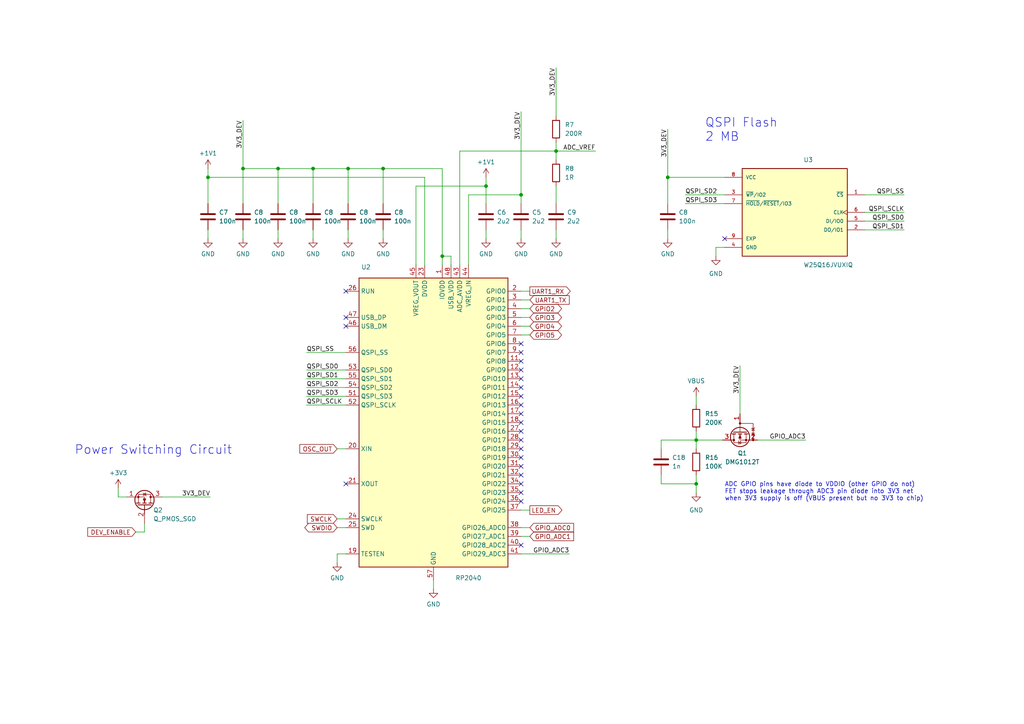
<source format=kicad_sch>
(kicad_sch (version 20230121) (generator eeschema)
  (paper "A4")
  (title_block (title "Development Board Section") (date "2024-04-01") (rev "0.1"))
  (lib_symbols
    (symbol "Device:C" (pin_numbers hide) (pin_names (offset 0.254))
      (property "Reference" "C" (at 0.635 2.54 0))
      (property "Value" "C" (at 0.635 -2.54 0))
      (symbol "C_0_1"
        (polyline (pts (xy -2.032 -0.762) (xy 2.032 -0.762)) (stroke (width 0.508)))
        (polyline (pts (xy -2.032 0.762) (xy 2.032 0.762)) (stroke (width 0.508)))
      )
      (symbol "C_1_1"
        (pin passive line (at 0 3.81 270) (length 2.794) (name "~") (number "1"))
        (pin passive line (at 0 -3.81 90) (length 2.794) (name "~") (number "2"))
      )
    )
    (symbol "Device:Q_NMOS_SGD" (pin_names (offset 0) hide)
      (property "Reference" "Q" (at 5.08 1.27 0))
      (property "Value" "Q_NMOS_SGD" (at 5.08 -1.27 0))
      (symbol "Q_NMOS_SGD_0_1"
        (polyline (pts (xy 0.254 0) (xy -2.54 0)))
        (polyline (pts (xy 0.254 1.905) (xy 0.254 -1.905)) (stroke (width 0.254)))
        (polyline (pts (xy 0.762 -1.27) (xy 0.762 -2.286)) (stroke (width 0.254)))
        (polyline (pts (xy 0.762 0.508) (xy 0.762 -0.508)) (stroke (width 0.254)))
        (polyline (pts (xy 0.762 2.286) (xy 0.762 1.27)) (stroke (width 0.254)))
        (polyline (pts (xy 2.54 2.54) (xy 2.54 1.778)))
        (polyline (pts (xy 2.54 -2.54) (xy 2.54 0) (xy 0.762 0)))
        (polyline (pts (xy 0.762 -1.778) (xy 3.302 -1.778) (xy 3.302 1.778) (xy 0.762 1.778)))
        (polyline (pts (xy 1.016 0) (xy 2.032 0.381) (xy 2.032 -0.381) (xy 1.016 0)) (fill (type outline)))
        (polyline (pts (xy 2.794 0.508) (xy 2.921 0.381) (xy 3.683 0.381) (xy 3.81 0.254)))
        (polyline (pts (xy 3.302 0.381) (xy 2.921 -0.254) (xy 3.683 -0.254) (xy 3.302 0.381)))
        (circle (center 1.651 0) (radius 2.794) (stroke (width 0.254)))
        (circle (center 2.54 -1.778) (radius 0.254) (fill (type outline)))
        (circle (center 2.54 1.778) (radius 0.254) (fill (type outline)))
      )
      (symbol "Q_NMOS_SGD_1_1"
        (pin passive line (at 2.54 -5.08 90) (length 2.54) (name "S") (number "1"))
        (pin input line (at -5.08 0 0) (length 5.08) (name "G") (number "2"))
        (pin passive line (at 2.54 5.08 270) (length 2.54) (name "D") (number "3"))
      )
    )
    (symbol "Device:R" (pin_numbers hide) (pin_names (offset 0))
      (property "Reference" "R" (at 2.032 0 90))
      (property "Value" "R" (at 0 0 90))
      (symbol "R_0_1"
        (rectangle (start -1.016 -2.54) (end 1.016 2.54) (stroke (width 0.254)))
      )
      (symbol "R_1_1"
        (pin passive line (at 0 3.81 270) (length 1.27) (name "~") (number "1"))
        (pin passive line (at 0 -3.81 90) (length 1.27) (name "~") (number "2"))
      )
    )
    (symbol "MCU_RaspberryPi:RP2040"
      (property "Reference" "U" (at 17.78 45.72 0))
      (property "Value" "RP2040" (at 17.78 43.18 0))
      (symbol "RP2040_0_1"
        (rectangle (start -21.59 41.91) (end 21.59 -41.91) (stroke (width 0.254)) (fill (type background)))
      )
      (symbol "RP2040_1_1"
        (pin power_in line (at 2.54 45.72 270) (length 3.81) (name "IOVDD") (number "1"))
        (pin passive line (at 2.54 45.72 270) (length 3.81) hide (name "IOVDD") (number "10"))
        (pin bidirectional line (at 25.4 17.78 180) (length 3.81) (name "GPIO8") (number "11"))
        (pin bidirectional line (at 25.4 15.24 180) (length 3.81) (name "GPIO9") (number "12"))
        (pin bidirectional line (at 25.4 12.7 180) (length 3.81) (name "GPIO10") (number "13"))
        (pin bidirectional line (at 25.4 10.16 180) (length 3.81) (name "GPIO11") (number "14"))
        (pin bidirectional line (at 25.4 7.62 180) (length 3.81) (name "GPIO12") (number "15"))
        (pin bidirectional line (at 25.4 5.08 180) (length 3.81) (name "GPIO13") (number "16"))
        (pin bidirectional line (at 25.4 2.54 180) (length 3.81) (name "GPIO14") (number "17"))
        (pin bidirectional line (at 25.4 0 180) (length 3.81) (name "GPIO15") (number "18"))
        (pin input line (at -25.4 -38.1 0) (length 3.81) (name "TESTEN") (number "19"))
        (pin bidirectional line (at 25.4 38.1 180) (length 3.81) (name "GPIO0") (number "2"))
        (pin input line (at -25.4 -7.62 0) (length 3.81) (name "XIN") (number "20"))
        (pin passive line (at -25.4 -17.78 0) (length 3.81) (name "XOUT") (number "21"))
        (pin passive line (at 2.54 45.72 270) (length 3.81) hide (name "IOVDD") (number "22"))
        (pin power_in line (at -2.54 45.72 270) (length 3.81) (name "DVDD") (number "23"))
        (pin input line (at -25.4 -27.94 0) (length 3.81) (name "SWCLK") (number "24"))
        (pin bidirectional line (at -25.4 -30.48 0) (length 3.81) (name "SWD") (number "25"))
        (pin input line (at -25.4 38.1 0) (length 3.81) (name "RUN") (number "26"))
        (pin bidirectional line (at 25.4 -2.54 180) (length 3.81) (name "GPIO16") (number "27"))
        (pin bidirectional line (at 25.4 -5.08 180) (length 3.81) (name "GPIO17") (number "28"))
        (pin bidirectional line (at 25.4 -7.62 180) (length 3.81) (name "GPIO18") (number "29"))
        (pin bidirectional line (at 25.4 35.56 180) (length 3.81) (name "GPIO1") (number "3"))
        (pin bidirectional line (at 25.4 -10.16 180) (length 3.81) (name "GPIO19") (number "30"))
        (pin bidirectional line (at 25.4 -12.7 180) (length 3.81) (name "GPIO20") (number "31"))
        (pin bidirectional line (at 25.4 -15.24 180) (length 3.81) (name "GPIO21") (number "32"))
        (pin passive line (at 2.54 45.72 270) (length 3.81) hide (name "IOVDD") (number "33"))
        (pin bidirectional line (at 25.4 -17.78 180) (length 3.81) (name "GPIO22") (number "34"))
        (pin bidirectional line (at 25.4 -20.32 180) (length 3.81) (name "GPIO23") (number "35"))
        (pin bidirectional line (at 25.4 -22.86 180) (length 3.81) (name "GPIO24") (number "36"))
        (pin bidirectional line (at 25.4 -25.4 180) (length 3.81) (name "GPIO25") (number "37"))
        (pin bidirectional line (at 25.4 -30.48 180) (length 3.81) (name "GPIO26_ADC0") (number "38"))
        (pin bidirectional line (at 25.4 -33.02 180) (length 3.81) (name "GPIO27_ADC1") (number "39"))
        (pin bidirectional line (at 25.4 33.02 180) (length 3.81) (name "GPIO2") (number "4"))
        (pin bidirectional line (at 25.4 -35.56 180) (length 3.81) (name "GPIO28_ADC2") (number "40"))
        (pin bidirectional line (at 25.4 -38.1 180) (length 3.81) (name "GPIO29_ADC3") (number "41"))
        (pin passive line (at 2.54 45.72 270) (length 3.81) hide (name "IOVDD") (number "42"))
        (pin power_in line (at 7.62 45.72 270) (length 3.81) (name "ADC_AVDD") (number "43"))
        (pin power_in line (at 10.16 45.72 270) (length 3.81) (name "VREG_IN") (number "44"))
        (pin power_out line (at -5.08 45.72 270) (length 3.81) (name "VREG_VOUT") (number "45"))
        (pin bidirectional line (at -25.4 27.94 0) (length 3.81) (name "USB_DM") (number "46"))
        (pin bidirectional line (at -25.4 30.48 0) (length 3.81) (name "USB_DP") (number "47"))
        (pin power_in line (at 5.08 45.72 270) (length 3.81) (name "USB_VDD") (number "48"))
        (pin passive line (at 2.54 45.72 270) (length 3.81) hide (name "IOVDD") (number "49"))
        (pin bidirectional line (at 25.4 30.48 180) (length 3.81) (name "GPIO3") (number "5"))
        (pin passive line (at -2.54 45.72 270) (length 3.81) hide (name "DVDD") (number "50"))
        (pin bidirectional line (at -25.4 7.62 0) (length 3.81) (name "QSPI_SD3") (number "51"))
        (pin output line (at -25.4 5.08 0) (length 3.81) (name "QSPI_SCLK") (number "52"))
        (pin bidirectional line (at -25.4 15.24 0) (length 3.81) (name "QSPI_SD0") (number "53"))
        (pin bidirectional line (at -25.4 10.16 0) (length 3.81) (name "QSPI_SD2") (number "54"))
        (pin bidirectional line (at -25.4 12.7 0) (length 3.81) (name "QSPI_SD1") (number "55"))
        (pin bidirectional line (at -25.4 20.32 0) (length 3.81) (name "QSPI_SS") (number "56"))
        (pin power_in line (at 0 -45.72 90) (length 3.81) (name "GND") (number "57"))
        (pin bidirectional line (at 25.4 27.94 180) (length 3.81) (name "GPIO4") (number "6"))
        (pin bidirectional line (at 25.4 25.4 180) (length 3.81) (name "GPIO5") (number "7"))
        (pin bidirectional line (at 25.4 22.86 180) (length 3.81) (name "GPIO6") (number "8"))
        (pin bidirectional line (at 25.4 20.32 180) (length 3.81) (name "GPIO7") (number "9"))
      )
    )
    (symbol "SnapEDA:W25Q16JVUXIQ_TR" (pin_names (offset 1.016))
      (property "Reference" "U" (at -15.24 15.24 0))
      (property "Value" "W25Q16JVUXIQ_TR" (at -15.24 -15.24 0))
      (symbol "W25Q16JVUXIQ_TR_0_0"
        (rectangle (start -15.24 -12.7) (end 15.24 12.7) (stroke (width 0.254)) (fill (type background)))
        (pin input line (at -20.32 5.08 0) (length 5.08) (name "~{CS}") (number "1"))
        (pin bidirectional line (at -20.32 -5.08 0) (length 5.08) (name "DO/IO1") (number "2"))
        (pin bidirectional line (at 20.32 5.08 180) (length 5.08) (name "~{WP}/IO2") (number "3"))
        (pin power_in line (at 20.32 -10.16 180) (length 5.08) (name "GND") (number "4"))
        (pin bidirectional line (at -20.32 -2.54 0) (length 5.08) (name "DI/IO0") (number "5"))
        (pin input clock (at -20.32 0 0) (length 5.08) (name "CLK") (number "6"))
        (pin bidirectional line (at 20.32 2.54 180) (length 5.08) (name "~{HOLD}/~{RESET}/IO3") (number "7"))
        (pin power_in line (at 20.32 10.16 180) (length 5.08) (name "VCC") (number "8"))
        (pin passive line (at 20.32 -7.62 180) (length 5.08) (name "EXP") (number "9"))
      )
    )
    (symbol "Transistor_FET:DMG1012T" (pin_names (offset 0) hide)
      (property "Reference" "Q" (at 5.08 1.905 0))
      (property "Value" "DMG1012T" (at 5.08 0 0))
      (symbol "DMG1012T_0_1"
        (polyline (pts (xy 2.54 -3.81) (xy -2.286 -3.81) (xy -2.286 0)))
      )
      (symbol "DMG1012T_1_1"
        (circle (center -2.286 0) (radius 0.254) (fill (type outline)))
        (polyline (pts (xy 0.254 0) (xy -2.54 0)))
        (polyline (pts (xy 0.254 1.905) (xy 0.254 -1.905)) (stroke (width 0.254)))
        (polyline (pts (xy 0.762 -1.27) (xy 0.762 -2.286)) (stroke (width 0.254)))
        (polyline (pts (xy 0.762 0.508) (xy 0.762 -0.508)) (stroke (width 0.254)))
        (polyline (pts (xy 0.762 2.286) (xy 0.762 1.27)) (stroke (width 0.254)))
        (polyline (pts (xy 2.54 2.54) (xy 2.54 1.778)))
        (polyline (pts (xy 2.54 -2.54) (xy 2.54 0) (xy 0.762 0)))
        (polyline (pts (xy -1.016 -4.318) (xy -0.889 -4.191) (xy -0.889 -3.429) (xy -0.762 -3.302)))
        (polyline (pts (xy -0.889 -3.81) (xy -0.254 -4.191) (xy -0.254 -3.429) (xy -0.889 -3.81)))
        (polyline (pts (xy 0.762 -1.778) (xy 3.302 -1.778) (xy 3.302 1.778) (xy 0.762 1.778)))
        (polyline (pts (xy 1.016 0) (xy 2.032 0.381) (xy 2.032 -0.381) (xy 1.016 0)) (fill (type outline)))
        (polyline (pts (xy 1.143 -3.81) (xy 0.508 -3.429) (xy 0.508 -4.191) (xy 1.143 -3.81)))
        (polyline (pts (xy 1.27 -3.302) (xy 1.143 -3.429) (xy 1.143 -4.191) (xy 1.016 -4.318)))
        (polyline (pts (xy 2.794 0.508) (xy 2.921 0.381) (xy 3.683 0.381) (xy 3.81 0.254)))
        (polyline (pts (xy 3.302 0.381) (xy 2.921 -0.254) (xy 3.683 -0.254) (xy 3.302 0.381)))
        (circle (center 1.651 0) (radius 2.794) (stroke (width 0.254)))
        (circle (center 2.54 -3.81) (radius 0.254) (fill (type outline)))
        (circle (center 2.54 -1.778) (radius 0.254) (fill (type outline)))
        (circle (center 2.54 1.778) (radius 0.254) (fill (type outline)))
        (pin input line (at -5.08 0 0) (length 2.54) (name "G") (number "1"))
        (pin passive line (at 2.54 -5.08 90) (length 2.54) (name "S") (number "2"))
        (pin passive line (at 2.54 5.08 270) (length 2.54) (name "D") (number "3"))
      )
    )
    (symbol "power:+1V1" (power) (pin_names (offset 0))
      (property "Value" "+1V1" (at 0 3.556 0))
      (symbol "+1V1_0_1"
        (polyline (pts (xy -0.762 1.27) (xy 0 2.54)))
        (polyline (pts (xy 0 0) (xy 0 2.54)))
        (polyline (pts (xy 0 2.54) (xy 0.762 1.27)))
      )
      (symbol "+1V1_1_1"
        (pin power_in line (at 0 0 90) (length 0) hide (name "+1V1") (number "1"))
      )
    )
    (symbol "power:+3V3" (power) (pin_names (offset 0))
      (property "Value" "+3V3" (at 0 3.556 0))
      (symbol "+3V3_0_1"
        (polyline (pts (xy -0.762 1.27) (xy 0 2.54)))
        (polyline (pts (xy 0 0) (xy 0 2.54)))
        (polyline (pts (xy 0 2.54) (xy 0.762 1.27)))
      )
      (symbol "+3V3_1_1"
        (pin power_in line (at 0 0 90) (length 0) hide (name "+3V3") (number "1"))
      )
    )
    (symbol "power:GND" (power) (pin_names (offset 0))
      (property "Value" "GND" (at 0 -3.81 0))
      (symbol "GND_0_1"
        (polyline (pts (xy 0 0) (xy 0 -1.27) (xy 1.27 -1.27) (xy 0 -2.54) (xy -1.27 -1.27) (xy 0 -1.27)))
      )
      (symbol "GND_1_1"
        (pin power_in line (at 0 0 270) (length 0) hide (name "GND") (number "1"))
      )
    )
    (symbol "power:VBUS" (power) (pin_names (offset 0))
      (property "Value" "VBUS" (at 0 3.81 0))
      (symbol "VBUS_0_1"
        (polyline (pts (xy -0.762 1.27) (xy 0 2.54)))
        (polyline (pts (xy 0 0) (xy 0 2.54)))
        (polyline (pts (xy 0 2.54) (xy 0.762 1.27)))
      )
      (symbol "VBUS_1_1"
        (pin power_in line (at 0 0 90) (length 0) hide (name "VBUS") (number "1"))
      )
    )
  )
  (junction (at 80.645 48.895))
  (junction (at 193.675 51.435))
  (junction (at 161.29 43.815))
  (junction (at 60.325 51.435))
  (junction (at 70.485 48.895))
  (junction (at 111.125 48.895))
  (junction (at 201.93 127.635))
  (junction (at 100.965 48.895))
  (junction (at 90.805 48.895))
  (junction (at 201.93 140.335))
  (junction (at 151.13 56.515))
  (junction (at 128.27 74.295))
  (junction (at 140.97 53.975))
  (no_connect (at 151.13 137.795))
  (no_connect (at 151.13 109.855))
  (no_connect (at 151.13 140.335))
  (no_connect (at 151.13 130.175))
  (no_connect (at 151.13 125.095))
  (no_connect (at 210.185 69.215))
  (no_connect (at 151.13 99.695))
  (no_connect (at 151.13 107.315))
  (no_connect (at 100.33 92.075))
  (no_connect (at 100.33 84.455))
  (no_connect (at 151.13 132.715))
  (no_connect (at 151.13 117.475))
  (no_connect (at 151.13 114.935))
  (no_connect (at 100.33 140.335))
  (no_connect (at 151.13 142.875))
  (no_connect (at 151.13 112.395))
  (no_connect (at 151.13 127.635))
  (no_connect (at 151.13 102.235))
  (no_connect (at 151.13 145.415))
  (no_connect (at 151.13 158.115))
  (no_connect (at 151.13 135.255))
  (no_connect (at 151.13 122.555))
  (no_connect (at 151.13 104.775))
  (no_connect (at 100.33 94.615))
  (no_connect (at 151.13 120.015))
  (wire (pts (xy 100.33 150.495) (xy 97.79 150.495)))
  (wire (pts (xy 60.325 69.215) (xy 60.325 66.675)))
  (wire (pts (xy 41.91 154.305) (xy 41.91 151.765)))
  (wire (pts (xy 151.13 89.535) (xy 153.67 89.535)))
  (wire (pts (xy 151.13 69.215) (xy 151.13 66.675)))
  (wire (pts (xy 151.13 86.995) (xy 153.67 86.995)))
  (wire (pts (xy 70.485 48.895) (xy 70.485 59.055)))
  (wire (pts (xy 193.675 51.435) (xy 193.675 59.055)))
  (wire (pts (xy 207.645 71.755) (xy 210.185 71.755)))
  (wire (pts (xy 70.485 69.215) (xy 70.485 66.675)))
  (wire (pts (xy 151.13 94.615) (xy 153.67 94.615)))
  (wire (pts (xy 80.645 48.895) (xy 80.645 59.055)))
  (wire (pts (xy 130.81 76.835) (xy 130.81 74.295)))
  (wire (pts (xy 80.645 69.215) (xy 80.645 66.675)))
  (wire (pts (xy 250.825 56.515) (xy 262.255 56.515)))
  (wire (pts (xy 140.97 51.435) (xy 140.97 53.975)))
  (wire (pts (xy 60.325 48.895) (xy 60.325 51.435)))
  (wire (pts (xy 120.65 53.975) (xy 140.97 53.975)))
  (wire (pts (xy 191.77 127.635) (xy 201.93 127.635)))
  (wire (pts (xy 193.675 69.215) (xy 193.675 66.675)))
  (wire (pts (xy 60.325 51.435) (xy 60.325 59.055)))
  (wire (pts (xy 80.645 48.895) (xy 90.805 48.895)))
  (wire (pts (xy 97.79 163.195) (xy 97.79 160.655)))
  (wire (pts (xy 201.93 142.875) (xy 201.93 140.335)))
  (wire (pts (xy 60.325 51.435) (xy 123.19 51.435)))
  (wire (pts (xy 193.675 51.435) (xy 210.185 51.435)))
  (wire (pts (xy 201.93 127.635) (xy 209.55 127.635)))
  (wire (pts (xy 250.825 64.135) (xy 262.255 64.135)))
  (wire (pts (xy 140.97 53.975) (xy 140.97 59.055)))
  (wire (pts (xy 111.125 69.215) (xy 111.125 66.675)))
  (wire (pts (xy 193.675 37.465) (xy 193.675 51.435)))
  (wire (pts (xy 210.185 56.515) (xy 198.755 56.515)))
  (wire (pts (xy 100.965 48.895) (xy 100.965 59.055)))
  (wire (pts (xy 90.805 69.215) (xy 90.805 66.675)))
  (wire (pts (xy 250.825 61.595) (xy 262.255 61.595)))
  (wire (pts (xy 135.89 56.515) (xy 151.13 56.515)))
  (wire (pts (xy 191.77 130.175) (xy 191.77 127.635)))
  (wire (pts (xy 151.13 97.155) (xy 153.67 97.155)))
  (wire (pts (xy 120.65 53.975) (xy 120.65 76.835)))
  (wire (pts (xy 133.35 43.815) (xy 133.35 76.835)))
  (wire (pts (xy 151.13 92.075) (xy 153.67 92.075)))
  (wire (pts (xy 207.645 71.755) (xy 207.645 74.295)))
  (wire (pts (xy 128.27 48.895) (xy 111.125 48.895)))
  (wire (pts (xy 201.93 137.795) (xy 201.93 140.335)))
  (wire (pts (xy 100.33 114.935) (xy 88.9 114.935)))
  (wire (pts (xy 36.83 144.145) (xy 34.29 144.145)))
  (wire (pts (xy 210.185 59.055) (xy 198.755 59.055)))
  (wire (pts (xy 100.965 69.215) (xy 100.965 66.675)))
  (wire (pts (xy 165.1 160.655) (xy 151.13 160.655)))
  (wire (pts (xy 133.35 43.815) (xy 161.29 43.815)))
  (wire (pts (xy 201.93 127.635) (xy 201.93 125.095)))
  (wire (pts (xy 100.33 117.475) (xy 88.9 117.475)))
  (wire (pts (xy 70.485 34.925) (xy 70.485 48.895)))
  (wire (pts (xy 128.27 74.295) (xy 128.27 76.835)))
  (wire (pts (xy 100.33 112.395) (xy 88.9 112.395)))
  (wire (pts (xy 135.89 56.515) (xy 135.89 76.835)))
  (wire (pts (xy 70.485 48.895) (xy 80.645 48.895)))
  (wire (pts (xy 191.77 137.795) (xy 191.77 140.335)))
  (wire (pts (xy 128.27 48.895) (xy 128.27 74.295)))
  (wire (pts (xy 153.67 147.955) (xy 151.13 147.955)))
  (wire (pts (xy 214.63 106.045) (xy 214.63 120.015)))
  (wire (pts (xy 250.825 66.675) (xy 262.255 66.675)))
  (wire (pts (xy 130.81 74.295) (xy 128.27 74.295)))
  (wire (pts (xy 161.29 53.975) (xy 161.29 59.055)))
  (wire (pts (xy 100.33 153.035) (xy 97.79 153.035)))
  (wire (pts (xy 151.13 32.385) (xy 151.13 56.515)))
  (wire (pts (xy 151.13 84.455) (xy 153.67 84.455)))
  (wire (pts (xy 161.29 19.685) (xy 161.29 33.655)))
  (wire (pts (xy 233.68 127.635) (xy 219.71 127.635)))
  (wire (pts (xy 100.965 48.895) (xy 111.125 48.895)))
  (wire (pts (xy 151.13 155.575) (xy 153.67 155.575)))
  (wire (pts (xy 90.805 48.895) (xy 90.805 59.055)))
  (wire (pts (xy 161.29 69.215) (xy 161.29 66.675)))
  (wire (pts (xy 60.96 144.145) (xy 46.99 144.145)))
  (wire (pts (xy 201.93 127.635) (xy 201.93 130.175)))
  (wire (pts (xy 97.79 130.175) (xy 100.33 130.175)))
  (wire (pts (xy 151.13 56.515) (xy 151.13 59.055)))
  (wire (pts (xy 191.77 140.335) (xy 201.93 140.335)))
  (wire (pts (xy 100.33 107.315) (xy 88.9 107.315)))
  (wire (pts (xy 161.29 41.275) (xy 161.29 43.815)))
  (wire (pts (xy 39.37 154.305) (xy 41.91 154.305)))
  (wire (pts (xy 111.125 48.895) (xy 111.125 59.055)))
  (wire (pts (xy 123.19 76.835) (xy 123.19 51.435)))
  (wire (pts (xy 161.29 43.815) (xy 172.72 43.815)))
  (wire (pts (xy 100.33 109.855) (xy 88.9 109.855)))
  (wire (pts (xy 90.805 48.895) (xy 100.965 48.895)))
  (wire (pts (xy 100.33 102.235) (xy 88.9 102.235)))
  (wire (pts (xy 34.29 144.145) (xy 34.29 141.605)))
  (wire (pts (xy 97.79 160.655) (xy 100.33 160.655)))
  (wire (pts (xy 125.73 168.275) (xy 125.73 170.815)))
  (wire (pts (xy 201.93 114.935) (xy 201.93 117.475)))
  (wire (pts (xy 140.97 69.215) (xy 140.97 66.675)))
  (wire (pts (xy 151.13 153.035) (xy 153.67 153.035)))
  (wire (pts (xy 161.29 43.815) (xy 161.29 46.355)))
  (text "ADC GPIO pins have diode to VDDIO (other GPIO do not)\nFET stops leakage through ADC3 pin diode into 3V3 net\nwhen 3V3 supply is off (VBUS present but no 3V3 to chip)" (at 210.185 145.415 0) (effects (font (size 1.27 1.27)) (justify left bottom)))
  (text "QSPI Flash\n2 MB" (at 204.47 41.275 0) (effects (font (size 2.54 2.54)) (justify left bottom)))
  (text "Power Switching Circuit" (at 21.59 132.08 0) (effects (font (size 2.54 2.54)) (justify left bottom)))
  (label "QSPI_SS" (at 88.9 102.235 0))
  (label "QSPI_SCLK" (at 88.9 117.475 0))
  (label "QSPI_SD1" (at 88.9 109.855 0))
  (label "QSPI_SD0" (at 88.9 107.315 0))
  (label "3V3_DEV" (at 161.29 19.685 270))
  (label "QSPI_SD2" (at 88.9 112.395 0))
  (label "3V3_DEV" (at 151.13 32.385 270))
  (label "3V3_DEV" (at 193.675 37.465 270))
  (label "QSPI_SD3" (at 198.755 59.055 0))
  (label "QSPI_SS" (at 262.255 56.515 180))
  (label "GPIO_ADC3" (at 165.1 160.655 180))
  (label "QSPI_SD1" (at 262.255 66.675 180))
  (label "3V3_DEV" (at 60.96 144.145 180))
  (label "3V3_DEV" (at 70.485 34.925 270))
  (label "QSPI_SD0" (at 262.255 64.135 180))
  (label "QSPI_SD3" (at 88.9 114.935 0))
  (label "ADC_VREF" (at 172.72 43.815 180))
  (label "QSPI_SCLK" (at 262.255 61.595 180))
  (label "3V3_DEV" (at 214.63 106.045 270))
  (label "QSPI_SD2" (at 198.755 56.515 0))
  (label "GPIO_ADC3" (at 233.68 127.635 180))
  (global_label "SWCLK" (shape input) (at 97.79 150.495 180) (property "Intersheetrefs" "${INTERSHEET_REFS}" (effects hide)))
  (global_label "GPIO_ADC1" (shape input) (at 153.67 155.575 0) (property "Intersheetrefs" "${INTERSHEET_REFS}" (effects hide)))
  (global_label "GPIO4" (shape tri_state) (at 153.67 94.615 0) (property "Intersheetrefs" "${INTERSHEET_REFS}" (effects hide)))
  (global_label "UART1_RX" (shape output) (at 153.67 84.455 0) (property "Intersheetrefs" "${INTERSHEET_REFS}" (effects hide)))
  (global_label "UART1_TX" (shape input) (at 153.67 86.995 0) (property "Intersheetrefs" "${INTERSHEET_REFS}" (effects hide)))
  (global_label "DEV_ENABLE" (shape input) (at 39.37 154.305 180) (property "Intersheetrefs" "${INTERSHEET_REFS}" (effects hide)))
  (global_label "LED_EN" (shape output) (at 153.67 147.955 0) (property "Intersheetrefs" "${INTERSHEET_REFS}" (effects hide)))
  (global_label "GPIO5" (shape tri_state) (at 153.67 97.155 0) (property "Intersheetrefs" "${INTERSHEET_REFS}" (effects hide)))
  (global_label "SWDIO" (shape bidirectional) (at 97.79 153.035 180) (property "Intersheetrefs" "${INTERSHEET_REFS}" (effects hide)))
  (global_label "GPIO3" (shape tri_state) (at 153.67 92.075 0) (property "Intersheetrefs" "${INTERSHEET_REFS}" (effects hide)))
  (global_label "GPIO_ADC0" (shape input) (at 153.67 153.035 0) (property "Intersheetrefs" "${INTERSHEET_REFS}" (effects hide)))
  (global_label "OSC_OUT" (shape input) (at 97.79 130.175 180) (property "Intersheetrefs" "${INTERSHEET_REFS}" (effects hide)))
  (global_label "GPIO2" (shape tri_state) (at 153.67 89.535 0) (property "Intersheetrefs" "${INTERSHEET_REFS}" (effects hide)))
  (symbol (lib_id "power:GND") (at 161.29 69.215 0) (unit 1)
    (property "Reference" "#PWR021" (effects hide))
    (property "Value" "GND" (at 161.29 73.66 0))
    (instances (project "Expansion_Card_Retrofit" (path "" (reference "#PWR021") (unit 1)) (path "" (reference "#PWR022") (unit 1))))
  )
  (symbol (lib_id "power:GND") (at 70.485 69.215 0) (mirror y) (unit 1)
    (property "Reference" "#PWR020" (effects hide))
    (property "Value" "GND" (at 70.485 73.66 0))
    (instances (project "Expansion_Card_Retrofit" (path "" (reference "#PWR020") (unit 1)) (path "" (reference "#PWR055") (unit 1))))
  )
  (symbol (lib_id "power:GND") (at 151.13 69.215 0) (unit 1)
    (property "Reference" "#PWR013" (effects hide))
    (property "Value" "GND" (at 151.13 73.66 0))
    (instances (project "Expansion_Card_Retrofit" (path "" (reference "#PWR013") (unit 1)) (path "" (reference "#PWR020") (unit 1))))
  )
  (symbol (lib_id "Device:C") (at 161.29 62.865 0) (unit 1)
    (property "Reference" "C9" (at 164.465 61.595 0) (effects (justify left)))
    (property "Value" "2u2" (at 164.465 64.135 0) (effects (justify left)))
    (property "Footprint" "Capacitor_SMD:C_0402_1005Metric" (effects hide))
  )
  (symbol (lib_id "power:GND") (at 111.125 69.215 0) (mirror y) (unit 1)
    (property "Reference" "#PWR020" (effects hide))
    (property "Value" "GND" (at 111.125 73.66 0))
    (instances (project "Expansion_Card_Retrofit" (path "" (reference "#PWR020") (unit 1)) (path "" (reference "#PWR015") (unit 1))))
  )
  (symbol (lib_id "power:GND") (at 140.97 69.215 0) (unit 1)
    (property "Reference" "#PWR015" (effects hide))
    (property "Value" "GND" (at 140.97 73.66 0))
    (instances (project "Expansion_Card_Retrofit" (path "" (reference "#PWR015") (unit 1)) (path "" (reference "#PWR018") (unit 1))))
  )
  (symbol (lib_id "power:GND") (at 60.325 69.215 0) (mirror y) (unit 1)
    (property "Reference" "#PWR018" (effects hide))
    (property "Value" "GND" (at 60.325 73.66 0))
    (instances (project "Expansion_Card_Retrofit" (path "" (reference "#PWR018") (unit 1)) (path "" (reference "#PWR013") (unit 1))))
  )
  (symbol (lib_id "power:GND") (at 125.73 170.815 0) (unit 1)
    (property "Reference" "#PWR011" (effects hide))
    (property "Value" "GND" (at 125.73 175.26 0))
    (instances (project "Expansion_Card_Retrofit" (path "" (reference "#PWR011") (unit 1)) (path "" (reference "#PWR016") (unit 1))))
  )
  (symbol (lib_id "power:GND") (at 193.675 69.215 0) (mirror y) (unit 1)
    (property "Reference" "#PWR044" (effects hide))
    (property "Value" "GND" (at 193.675 73.66 0))
    (instances (project "Expansion_Card_Retrofit" (path "" (reference "#PWR044") (unit 1)) (path "" (reference "#PWR09") (unit 1))))
  )
  (symbol (lib_id "MCU_RaspberryPi:RP2040") (at 125.73 122.555 0) (unit 1)
    (property "Reference" "U2" (at 104.775 77.47 0) (effects (justify left)))
    (property "Value" "RP2040" (at 132.08 167.64 0) (effects (justify left)))
    (property "Footprint" "Package_DFN_QFN:QFN-56-1EP_7x7mm_P0.4mm_EP3.2x3.2mm" (effects hide))
    (property "Datasheet" "https://datasheets.raspberrypi.com/rp2040/rp2040-datasheet.pdf" (effects hide))
  )
  (symbol (lib_id "power:GND") (at 100.965 69.215 0) (mirror y) (unit 1)
    (property "Reference" "#PWR020" (effects hide))
    (property "Value" "GND" (at 100.965 73.66 0))
    (instances (project "Expansion_Card_Retrofit" (path "" (reference "#PWR020") (unit 1)) (path "" (reference "#PWR040") (unit 1))))
  )
  (symbol (lib_id "power:VBUS") (at 201.93 114.935 0) (unit 1)
    (property "Reference" "#PWR08" (effects hide))
    (property "Value" "VBUS" (at 201.93 110.49 0))
  )
  (symbol (lib_id "Device:R") (at 201.93 133.985 0) (unit 1)
    (property "Reference" "R16" (at 204.47 132.715 0) (effects (justify left)))
    (property "Value" "100K" (at 204.47 135.255 0) (effects (justify left)))
    (property "Footprint" "Resistor_SMD:R_0402_1005Metric" (effects hide))
  )
  (symbol (lib_id "Transistor_FET:DMG1012T") (at 214.63 125.095 90) (mirror x) (unit 1)
    (property "Reference" "Q1" (at 215.3285 131.445 90))
    (property "Value" "DMG1012T" (at 215.3285 133.985 90))
    (property "Footprint" "Package_TO_SOT_SMD:SOT-523" (effects hide))
    (property "Datasheet" "https://www.diodes.com/assets/Datasheets/ds31783.pdf" (effects hide))
  )
  (symbol (lib_id "power:GND") (at 201.93 142.875 0) (unit 1)
    (property "Reference" "#PWR049" (effects hide))
    (property "Value" "GND" (at 201.93 147.955 0))
  )
  (symbol (lib_id "Device:C") (at 140.97 62.865 0) (unit 1)
    (property "Reference" "C6" (at 144.145 61.595 0) (effects (justify left)))
    (property "Value" "2u2" (at 144.145 64.135 0) (effects (justify left)))
    (property "Footprint" "Capacitor_SMD:C_0402_1005Metric" (effects hide))
    (instances (project "Expansion_Card_Retrofit" (path "" (reference "C6") (unit 1)) (path "" (reference "C7") (unit 1))))
  )
  (symbol (lib_id "SnapEDA:W25Q16JVUXIQ_TR") (at 230.505 61.595 0) (mirror y) (unit 1)
    (property "Reference" "U3" (at 233.045 46.355 0) (effects (justify right)))
    (property "Value" "W25Q16JVUXIQ" (at 233.045 76.835 0) (effects (justify right)))
    (property "Footprint" "SnapEDA:IC_W25Q16JVUXIQ_TR" (effects hide))
    (property "Datasheet" "http://www.winbond.com/resource-files/w25q32jv%20revg%2003272018%20plus.pdf" (effects hide))
    (property "MF" "Winbond" (effects hide))
    (property "MAXIMUM_PACKAGE_HEIGHT" "0.60mm" (effects hide))
    (property "Package" "UFDFN-8 Winbond" (effects hide))
    (property "Price" "None" (effects hide))
    (property "Check_prices" "https://www.snapeda.com/parts/W25Q16JVUXIQ%20TR/Winbond/view-part/?ref=eda" (effects hide))
    (property "STANDARD" "Manufacturer Recommendations" (effects hide))
    (property "PARTREV" "H" (effects hide))
    (property "SnapEDA_Link" "https://www.snapeda.com/parts/W25Q16JVUXIQ%20TR/Winbond/view-part/?ref=snap" (effects hide))
    (property "MP" "W25Q16JVUXIQ TR" (effects hide))
    (property "Purchase-URL" "https://www.snapeda.com/api/url_track_click_mouser/?unipart_id=5632332&manufacturer=Winbond&part_name=W25Q16JVUXIQ TR&search_term=w25q16jvuxiq" (effects hide))
    (property "Description" "\nNOR Flash Serial (SPI, Dual SPI, Quad SPI) 3V/3.3V 16M-bit 2M x 8 6ns 8-Pin USON EP T/R\n" (effects hide))
    (property "MANUFACTURER" "Winbond" (effects hide))
    (property "Availability" "In Stock" (effects hide))
    (property "SNAPEDA_PN" "W25Q16JVUXIQ TR" (effects hide))
    (instances (project "Expansion_Card_Retrofit" (path "" (reference "U3") (unit 1)) (path "" (reference "U5") (unit 1))))
  )
  (symbol (lib_id "power:+1V1") (at 140.97 51.435 0) (unit 1)
    (property "Reference" "#PWR016" (effects hide))
    (property "Value" "+1V1" (at 140.97 46.99 0))
    (instances (project "Expansion_Card_Retrofit" (path "" (reference "#PWR016") (unit 1)) (path "" (reference "#PWR017") (unit 1))))
  )
  (symbol (lib_id "Device:R") (at 161.29 50.165 0) (unit 1)
    (property "Reference" "R8" (at 163.83 48.895 0) (effects (justify left)))
    (property "Value" "1R" (at 163.83 51.435 0) (effects (justify left)))
    (property "Footprint" "Resistor_SMD:R_0402_1005Metric" (effects hide))
    (instances (project "Expansion_Card_Retrofit" (path "" (reference "R8") (unit 1)) (path "" (reference "R12") (unit 1))))
  )
  (symbol (lib_id "Device:C") (at 90.805 62.865 0) (unit 1)
    (property "Reference" "C8" (at 93.98 61.595 0) (effects (justify left)))
    (property "Value" "100n" (at 93.98 64.135 0) (effects (justify left)))
    (property "Footprint" "Capacitor_SMD:C_0201_0603Metric" (effects hide))
    (instances (project "Expansion_Card_Retrofit" (path "" (reference "C8") (unit 1)) (path "" (reference "C22") (unit 1))))
  )
  (symbol (lib_id "Device:C") (at 193.675 62.865 0) (unit 1)
    (property "Reference" "C8" (at 196.85 61.595 0) (effects (justify left)))
    (property "Value" "100n" (at 196.85 64.135 0) (effects (justify left)))
    (property "Footprint" "Capacitor_SMD:C_0201_0603Metric" (effects hide))
    (instances (project "Expansion_Card_Retrofit" (path "" (reference "C8") (unit 1)) (path "" (reference "C11") (unit 1))))
  )
  (symbol (lib_id "power:+1V1") (at 60.325 48.895 0) (mirror y) (unit 1)
    (property "Reference" "#PWR017" (effects hide))
    (property "Value" "+1V1" (at 60.325 44.45 0))
    (instances (project "Expansion_Card_Retrofit" (path "" (reference "#PWR017") (unit 1)) (path "" (reference "#PWR012") (unit 1))))
  )
  (symbol (lib_id "power:GND") (at 90.805 69.215 0) (mirror y) (unit 1)
    (property "Reference" "#PWR020" (effects hide))
    (property "Value" "GND" (at 90.805 73.66 0))
    (instances (project "Expansion_Card_Retrofit" (path "" (reference "#PWR020") (unit 1)) (path "" (reference "#PWR041") (unit 1))))
  )
  (symbol (lib_id "Device:C") (at 151.13 62.865 0) (unit 1)
    (property "Reference" "C5" (at 154.305 61.595 0) (effects (justify left)))
    (property "Value" "2u2" (at 154.305 64.135 0) (effects (justify left)))
    (property "Footprint" "Capacitor_SMD:C_0402_1005Metric" (effects hide))
    (instances (project "Expansion_Card_Retrofit" (path "" (reference "C5") (unit 1)) (path "" (reference "C8") (unit 1))))
  )
  (symbol (lib_id "Device:C") (at 191.77 133.985 0) (unit 1)
    (property "Reference" "C18" (at 194.945 132.715 0) (effects (justify left)))
    (property "Value" "1n" (at 194.945 135.255 0) (effects (justify left)))
    (property "Footprint" "Capacitor_SMD:C_0201_0603Metric" (effects hide))
  )
  (symbol (lib_id "Device:R") (at 161.29 37.465 0) (unit 1)
    (property "Reference" "R7" (at 163.83 36.195 0) (effects (justify left)))
    (property "Value" "200R" (at 163.83 38.735 0) (effects (justify left)))
    (property "Footprint" "Resistor_SMD:R_0603_1608Metric" (effects hide))
    (instances (project "Expansion_Card_Retrofit" (path "" (reference "R7") (unit 1)) (path "" (reference "R11") (unit 1))))
  )
  (symbol (lib_id "Device:C") (at 100.965 62.865 0) (unit 1)
    (property "Reference" "C8" (at 104.14 61.595 0) (effects (justify left)))
    (property "Value" "100n" (at 104.14 64.135 0) (effects (justify left)))
    (property "Footprint" "Capacitor_SMD:C_0201_0603Metric" (effects hide))
    (instances (project "Expansion_Card_Retrofit" (path "" (reference "C8") (unit 1)) (path "" (reference "C10") (unit 1))))
  )
  (symbol (lib_id "power:GND") (at 97.79 163.195 0) (unit 1)
    (property "Reference" "#PWR014" (effects hide))
    (property "Value" "GND" (at 97.79 167.64 0))
    (instances (project "Expansion_Card_Retrofit" (path "" (reference "#PWR014") (unit 1)) (path "" (reference "#PWR011") (unit 1))))
  )
  (symbol (lib_id "power:GND") (at 80.645 69.215 0) (mirror y) (unit 1)
    (property "Reference" "#PWR020" (effects hide))
    (property "Value" "GND" (at 80.645 73.66 0))
    (instances (project "Expansion_Card_Retrofit" (path "" (reference "#PWR020") (unit 1)) (path "" (reference "#PWR054") (unit 1))))
  )
  (symbol (lib_id "Device:C") (at 70.485 62.865 0) (unit 1)
    (property "Reference" "C8" (at 73.66 61.595 0) (effects (justify left)))
    (property "Value" "100n" (at 73.66 64.135 0) (effects (justify left)))
    (property "Footprint" "Capacitor_SMD:C_0201_0603Metric" (effects hide))
    (instances (project "Expansion_Card_Retrofit" (path "" (reference "C8") (unit 1)) (path "" (reference "C24") (unit 1))))
  )
  (symbol (lib_id "Device:R") (at 201.93 121.285 0) (unit 1)
    (property "Reference" "R15" (at 204.47 120.015 0) (effects (justify left)))
    (property "Value" "200K" (at 204.47 122.555 0) (effects (justify left)))
    (property "Footprint" "Resistor_SMD:R_0402_1005Metric" (effects hide))
  )
  (symbol (lib_id "Device:C") (at 111.125 62.865 0) (unit 1)
    (property "Reference" "C8" (at 114.3 61.595 0) (effects (justify left)))
    (property "Value" "100n" (at 114.3 64.135 0) (effects (justify left)))
    (property "Footprint" "Capacitor_SMD:C_0201_0603Metric" (effects hide))
    (instances (project "Expansion_Card_Retrofit" (path "" (reference "C8") (unit 1)) (path "" (reference "C6") (unit 1))))
  )
  (symbol (lib_id "power:GND") (at 207.645 74.295 0) (unit 1)
    (property "Reference" "#PWR010" (effects hide))
    (property "Value" "GND" (at 207.645 79.375 0))
    (instances (project "Expansion_Card_Retrofit" (path "" (reference "#PWR010") (unit 1)) (path "" (reference "#PWR045") (unit 1))))
  )
  (symbol (lib_id "Device:Q_NMOS_SGD") (at 41.91 146.685 270) (mirror x) (unit 1)
    (property "Reference" "Q2" (at 44.45 147.955 90) (effects (justify left)))
    (property "Value" "Q_PMOS_SGD" (at 44.45 150.495 90) (effects (justify left)))
    (property "Footprint" "Package_TO_SOT_SMD:SOT-523" (effects hide))
  )
  (symbol (lib_id "Device:C") (at 80.645 62.865 0) (unit 1)
    (property "Reference" "C8" (at 83.82 61.595 0) (effects (justify left)))
    (property "Value" "100n" (at 83.82 64.135 0) (effects (justify left)))
    (property "Footprint" "Capacitor_SMD:C_0201_0603Metric" (effects hide))
    (instances (project "Expansion_Card_Retrofit" (path "" (reference "C8") (unit 1)) (path "" (reference "C23") (unit 1))))
  )
  (symbol (lib_id "Device:C") (at 60.325 62.865 0) (unit 1)
    (property "Reference" "C7" (at 63.5 61.595 0) (effects (justify left)))
    (property "Value" "100n" (at 63.5 64.135 0) (effects (justify left)))
    (property "Footprint" "Capacitor_SMD:C_0201_0603Metric" (effects hide))
    (instances (project "Expansion_Card_Retrofit" (path "" (reference "C7") (unit 1)) (path "" (reference "C5") (unit 1))))
  )
  (symbol (lib_id "power:+3V3") (at 34.29 141.605 0) (unit 1)
    (property "Reference" "#PWR019" (effects hide))
    (property "Value" "+3V3" (at 34.29 137.16 0))
    (instances (project "Expansion_Card_Retrofit" (path "" (reference "#PWR019") (unit 1)) (path "" (reference "#PWR050") (unit 1))))
  )
)
</source>
